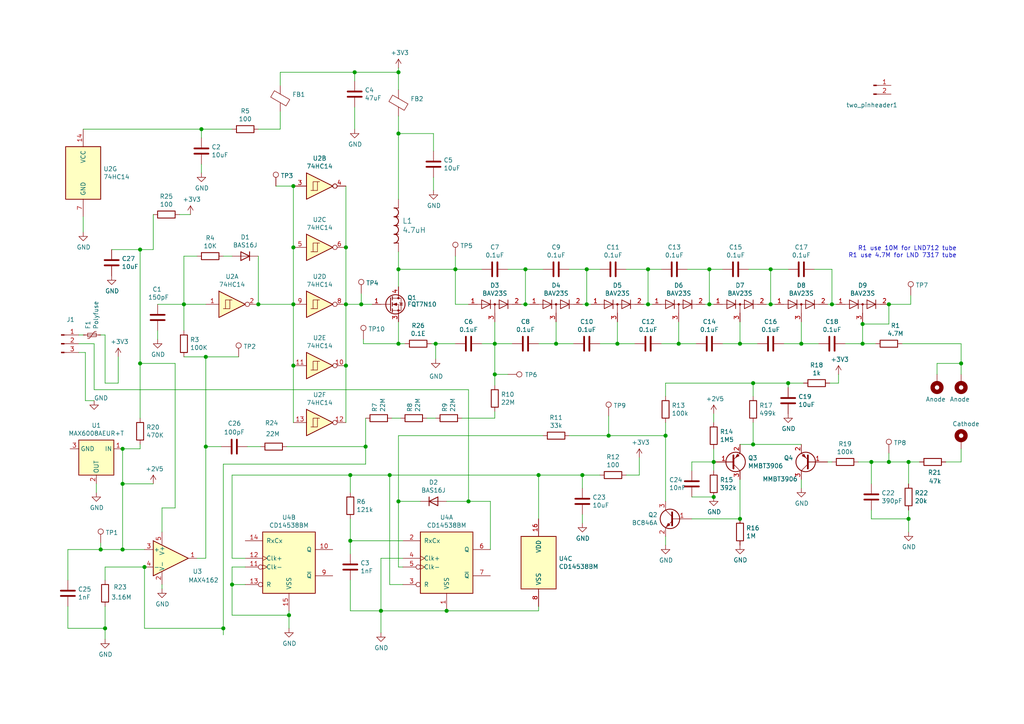
<source format=kicad_sch>
(kicad_sch (version 20210126) (generator eeschema)
  (paper "A4")
  (title_block (title "SafePulse") (date "2021-02-21") (rev "1.12") (company "SafeCast Team") (comment 1 "Double Sided Version") (comment 2 "contact: Allan Lind at allan@safecast.org and Rob Oudendijk at rob@safecast.org"))
  (lib_symbols
    (symbol "2021-01-06_02-33-04:NRS6020T2R2NMGJ" (pin_numbers hide) (pin_names (offset 1.651) hide)
      (property "Reference" "L" (at 6.985 5.08 0))
      (property "Value" "NRS6020T2R2NMGJ" (at 6.985 -5.715 0))
      (symbol "NRS6020T2R2NMGJ_1_1"
        (pin unspecified line (at 0 0 0) (length 2.54) (name "2") (number "2"))
        (pin unspecified line (at 15.24 0 180) (length 2.54) (name "1") (number "1"))
      )
    )
    (symbol "4xxx:4538" (pin_names (offset 1.016))
      (property "Reference" "U" (at -7.62 8.89 0))
      (property "Value" "4538" (at -7.62 -11.43 0))
      (symbol "4538_1_0"
        (pin power_in line (at 0 -15.24 90) (length 5.08) (name "VSS") (number "1"))
        (pin input line (at -12.7 5.08 0) (length 5.08) (name "RxCx") (number "2"))
        (pin input inverted (at -12.7 -7.62 0) (length 5.08) (name "R") (number "3"))
        (pin input clock (at -12.7 0 0) (length 5.08) (name "Clk+") (number "4"))
        (pin input inverted_clock (at -12.7 -2.54 0) (length 5.08) (name "Clk-") (number "5"))
        (pin output line (at 12.7 2.54 180) (length 5.08) (name "Q") (number "6"))
        (pin output line (at 12.7 -5.08 180) (length 5.08) (name "~Q") (number "7"))
      )
      (symbol "4538_2_0"
        (pin output line (at 12.7 2.54 180) (length 5.08) (name "Q") (number "10"))
        (pin input inverted_clock (at -12.7 -2.54 0) (length 5.08) (name "Clk-") (number "11"))
        (pin input clock (at -12.7 0 0) (length 5.08) (name "Clk+") (number "12"))
        (pin input inverted (at -12.7 -7.62 0) (length 5.08) (name "R") (number "13"))
        (pin input line (at -12.7 5.08 0) (length 5.08) (name "RxCx") (number "14"))
        (pin power_in line (at 0 -15.24 90) (length 5.08) (name "VSS") (number "15"))
        (pin output line (at 12.7 -5.08 180) (length 5.08) (name "~Q") (number "9"))
      )
      (symbol "4538_3_0"
        (pin power_in line (at 0 12.7 270) (length 5.08) (name "VDD") (number "16"))
        (pin power_in line (at 0 -12.7 90) (length 5.08) (name "VSS") (number "8"))
      )
    )
    (symbol "74xx:74HC14" (pin_names (offset 1.016))
      (property "Reference" "U" (at 0 1.27 0))
      (property "Value" "74HC14" (at 0 -1.27 0))
      (symbol "74HC14_1_0"
        (pin input line (at -7.62 0 0) (length 3.81) (name "~") (number "1"))
        (pin output inverted (at 7.62 0 180) (length 3.81) (name "~") (number "2"))
      )
      (symbol "74HC14_2_0"
        (pin input line (at -7.62 0 0) (length 3.81) (name "~") (number "3"))
        (pin output inverted (at 7.62 0 180) (length 3.81) (name "~") (number "4"))
      )
      (symbol "74HC14_3_0"
        (pin input line (at -7.62 0 0) (length 3.81) (name "~") (number "5"))
        (pin output inverted (at 7.62 0 180) (length 3.81) (name "~") (number "6"))
      )
      (symbol "74HC14_4_0"
        (pin output inverted (at 7.62 0 180) (length 3.81) (name "~") (number "8"))
        (pin input line (at -7.62 0 0) (length 3.81) (name "~") (number "9"))
      )
      (symbol "74HC14_5_0"
        (pin output inverted (at 7.62 0 180) (length 3.81) (name "~") (number "10"))
        (pin input line (at -7.62 0 0) (length 3.81) (name "~") (number "11"))
      )
      (symbol "74HC14_6_0"
        (pin output inverted (at 7.62 0 180) (length 3.81) (name "~") (number "12"))
        (pin input line (at -7.62 0 0) (length 3.81) (name "~") (number "13"))
      )
      (symbol "74HC14_7_0"
        (pin power_in line (at 0 12.7 270) (length 5.08) (name "VCC") (number "14"))
        (pin power_in line (at 0 -12.7 90) (length 5.08) (name "GND") (number "7"))
      )
    )
    (symbol "Amplifier_Operational:TLV2371DBV" (pin_names (offset 0.127))
      (property "Reference" "U" (at -1.27 6.35 0))
      (property "Value" "TLV2371DBV" (at -1.27 3.81 0))
      (symbol "TLV2371DBV_0_1"
        (pin power_in line (at -2.54 -7.62 90) (length 3.81) (name "V-") (number "2"))
        (pin power_in line (at -2.54 7.62 270) (length 3.81) (name "V+") (number "5"))
      )
      (symbol "TLV2371DBV_1_1"
        (pin output line (at 7.62 0 180) (length 2.54) (name "~") (number "1"))
        (pin input line (at -7.62 2.54 0) (length 2.54) (name "+") (number "3"))
        (pin input line (at -7.62 -2.54 0) (length 2.54) (name "-") (number "4"))
      )
    )
    (symbol "Connector:Conn_01x02_Male" (pin_names (offset 1.016) hide)
      (property "Reference" "J" (at 0 2.54 0))
      (property "Value" "Conn_01x02_Male" (at 0 -5.08 0))
      (symbol "Conn_01x02_Male_1_1"
        (pin passive line (at 5.08 0 180) (length 3.81) (name "Pin_1") (number "1"))
        (pin passive line (at 5.08 -2.54 180) (length 3.81) (name "Pin_2") (number "2"))
      )
    )
    (symbol "Connector:Conn_01x03_Male" (pin_names (offset 1.016) hide)
      (property "Reference" "J" (at 0 5.08 0))
      (property "Value" "Conn_01x03_Male" (at 0 -5.08 0))
      (symbol "Conn_01x03_Male_1_1"
        (pin passive line (at 5.08 2.54 180) (length 3.81) (name "Pin_1") (number "1"))
        (pin passive line (at 5.08 0 180) (length 3.81) (name "Pin_2") (number "2"))
        (pin passive line (at 5.08 -2.54 180) (length 3.81) (name "Pin_3") (number "3"))
      )
    )
    (symbol "Connector:TestPoint" (pin_numbers hide) (pin_names (offset 0.762) hide)
      (property "Reference" "TP" (at 0 6.858 0))
      (property "Value" "TestPoint" (at 0 5.08 0))
      (symbol "TestPoint_1_1"
        (pin passive line (at 0 0 90) (length 2.54) (name "1") (number "1"))
      )
    )
    (symbol "Device:C" (pin_numbers hide) (pin_names (offset 0.254))
      (property "Reference" "C" (at 0.635 2.54 0))
      (property "Value" "C" (at 0.635 -2.54 0))
      (symbol "C_1_1"
        (pin passive line (at 0 3.81 270) (length 2.794) (name "~") (number "1"))
        (pin passive line (at 0 -3.81 90) (length 2.794) (name "~") (number "2"))
      )
    )
    (symbol "Device:Ferrite_Bead" (pin_numbers hide) (pin_names (offset 0))
      (property "Reference" "FB" (at -3.81 0.635 90))
      (property "Value" "Ferrite_Bead" (at 3.81 0 90))
      (symbol "Ferrite_Bead_1_1"
        (pin passive line (at 0 3.81 270) (length 2.54) (name "~") (number "1"))
        (pin passive line (at 0 -3.81 90) (length 2.54) (name "~") (number "2"))
      )
    )
    (symbol "Device:Polyfuse_Small" (pin_numbers hide) (pin_names (offset 0))
      (property "Reference" "F" (at -1.905 0 90))
      (property "Value" "Polyfuse_Small" (at 1.905 0 90))
      (symbol "Polyfuse_Small_1_1"
        (pin passive line (at 0 2.54 270) (length 0.635) (name "~") (number "1"))
        (pin passive line (at 0 -2.54 90) (length 0.635) (name "~") (number "2"))
      )
    )
    (symbol "Device:R" (pin_numbers hide) (pin_names (offset 0))
      (property "Reference" "R" (at 2.032 0 90))
      (property "Value" "R" (at 0 0 90))
      (symbol "R_1_1"
        (pin passive line (at 0 3.81 270) (length 1.27) (name "~") (number "1"))
        (pin passive line (at 0 -3.81 90) (length 1.27) (name "~") (number "2"))
      )
    )
    (symbol "Diode:1N4148W" (pin_numbers hide) (pin_names (offset 1.016) hide)
      (property "Reference" "D" (at 0 2.54 0))
      (property "Value" "1N4148W" (at 0 -2.54 0))
      (symbol "1N4148W_1_1"
        (pin passive line (at -3.81 0 0) (length 2.54) (name "K") (number "1"))
        (pin passive line (at 3.81 0 180) (length 2.54) (name "A") (number "2"))
      )
    )
    (symbol "Diode:BAV99" (pin_names hide)
      (property "Reference" "D" (at 0 5.08 0))
      (property "Value" "BAV99" (at 0 2.54 0))
      (symbol "BAV99_1_1"
        (pin passive line (at -7.62 0 0) (length 2.54) (name "K") (number "1"))
        (pin passive line (at 7.62 0 180) (length 2.54) (name "A") (number "2"))
        (pin passive line (at 0 -5.08 90) (length 2.54) (name "K") (number "3"))
      )
    )
    (symbol "Mechanical:MountingHole_Pad" (pin_numbers hide) (pin_names (offset 1.016) hide)
      (property "Reference" "H" (at 0 6.35 0))
      (property "Value" "MountingHole_Pad" (at 0 4.445 0))
      (symbol "MountingHole_Pad_1_1"
        (pin input line (at 0 -2.54 90) (length 2.54) (name "1") (number "1"))
      )
    )
    (symbol "Reference_Voltage:MAX6035xxUR30"
      (property "Reference" "U" (at 0 6.35 0))
      (property "Value" "MAX6035xxUR30" (at 2.54 -6.35 0))
      (symbol "MAX6035xxUR30_1_1"
        (pin power_in line (at -2.54 7.62 270) (length 2.54) (name "IN") (number "1"))
        (pin power_out line (at 7.62 0 180) (length 2.54) (name "OUT") (number "2"))
        (pin power_in line (at -2.54 -7.62 90) (length 2.54) (name "GND") (number "3"))
      )
    )
    (symbol "Transistor_BJT:BC846" (pin_names (offset 0) hide)
      (property "Reference" "Q" (at 5.08 1.905 0))
      (property "Value" "BC846" (at 5.08 0 0))
      (symbol "BC846_1_1"
        (pin input line (at -5.08 0 0) (length 5.715) (name "B") (number "1"))
        (pin passive line (at 2.54 -5.08 90) (length 2.54) (name "E") (number "2"))
        (pin passive line (at 2.54 5.08 270) (length 2.54) (name "C") (number "3"))
      )
    )
    (symbol "Transistor_BJT:MMBT3906" (pin_names (offset 0) hide)
      (property "Reference" "Q" (at 5.08 1.905 0))
      (property "Value" "MMBT3906" (at 5.08 0 0))
      (symbol "MMBT3906_1_1"
        (pin input line (at -5.08 0 0) (length 5.715) (name "B") (number "1"))
        (pin passive line (at 2.54 -5.08 90) (length 2.54) (name "E") (number "2"))
        (pin passive line (at 2.54 5.08 270) (length 2.54) (name "C") (number "3"))
      )
    )
    (symbol "Transistor_FET:IRF6655" (pin_names hide)
      (property "Reference" "Q" (at 5.08 1.905 0))
      (property "Value" "IRF6655" (at 5.08 0 0))
      (symbol "IRF6655_1_1"
        (pin passive line (at 2.54 5.08 270) (length 2.54) (name "D") (number "4"))
        (pin input line (at -5.08 0 0) (length 2.54) (name "G") (number "1"))
        (pin passive line (at 2.54 -5.08 90) (length 2.54) (name "S") (number "3"))
      )
    )
    (symbol "power:+2V5" (power) (pin_names (offset 0))
      (property "Value" "+2V5" (at 0 3.556 0))
      (symbol "+2V5_1_1"
        (pin power_in line (at 0 0 90) (length 0) hide (name "+2V5") (number "1"))
      )
    )
    (symbol "power:+3.3V" (power) (pin_names (offset 0))
      (property "Value" "+3.3V" (at 0 3.556 0))
      (symbol "+3.3V_1_1"
        (pin power_in line (at 0 0 90) (length 0) hide (name "+3V3") (number "1"))
      )
    )
    (symbol "power:+3V3" (power) (pin_names (offset 0))
      (property "Value" "+3V3" (at 0 3.556 0))
      (symbol "+3V3_1_1"
        (pin power_in line (at 0 0 90) (length 0) hide (name "+3V3") (number "1"))
      )
    )
    (symbol "power:GND" (power) (pin_names (offset 0))
      (property "Value" "GND" (at 0 -3.81 0))
      (symbol "GND_1_1"
        (pin power_in line (at 0 0 270) (length 0) hide (name "GND") (number "1"))
      )
    )
  )
  (junction (at 29.21 159.385) (diameter 1.016))
  (junction (at 30.48 182.245) (diameter 1.016))
  (junction (at 35.56 130.175) (diameter 1.016))
  (junction (at 35.56 140.335) (diameter 1.016))
  (junction (at 35.56 159.385) (diameter 1.016))
  (junction (at 40.64 72.39) (diameter 1.016))
  (junction (at 40.64 105.41) (diameter 1.016))
  (junction (at 41.91 164.465) (diameter 1.016))
  (junction (at 53.34 88.265) (diameter 1.016))
  (junction (at 58.42 37.465) (diameter 1.016))
  (junction (at 59.69 103.505) (diameter 1.016))
  (junction (at 59.69 129.54) (diameter 1.016))
  (junction (at 64.77 182.245) (diameter 1.016))
  (junction (at 67.31 169.545) (diameter 1.016))
  (junction (at 74.93 88.265) (diameter 1.016))
  (junction (at 83.82 178.435) (diameter 1.016))
  (junction (at 85.09 53.975) (diameter 1.016))
  (junction (at 85.09 71.755) (diameter 1.016))
  (junction (at 85.09 88.265) (diameter 1.016))
  (junction (at 85.09 106.045) (diameter 1.016))
  (junction (at 100.33 71.755) (diameter 1.016))
  (junction (at 100.33 88.265) (diameter 1.016))
  (junction (at 100.33 106.045) (diameter 1.016))
  (junction (at 101.6 137.795) (diameter 1.016))
  (junction (at 101.6 156.845) (diameter 1.016))
  (junction (at 102.87 20.955) (diameter 1.016))
  (junction (at 104.775 88.265) (diameter 1.016))
  (junction (at 106.045 129.54) (diameter 1.016))
  (junction (at 110.49 177.165) (diameter 1.016))
  (junction (at 113.03 137.795) (diameter 1.016))
  (junction (at 115.57 20.955) (diameter 1.016))
  (junction (at 115.57 38.735) (diameter 1.016))
  (junction (at 115.57 78.105) (diameter 1.016))
  (junction (at 115.57 99.695) (diameter 1.016))
  (junction (at 115.57 145.415) (diameter 1.016))
  (junction (at 126.365 99.695) (diameter 1.016))
  (junction (at 129.54 177.165) (diameter 1.016))
  (junction (at 132.08 78.105) (diameter 1.016))
  (junction (at 135.89 145.415) (diameter 1.016))
  (junction (at 143.51 99.695) (diameter 1.016))
  (junction (at 143.51 108.585) (diameter 1.016))
  (junction (at 152.4 78.105) (diameter 1.016))
  (junction (at 152.4 88.265) (diameter 1.016))
  (junction (at 156.21 137.795) (diameter 1.016))
  (junction (at 161.29 99.695) (diameter 1.016))
  (junction (at 168.91 137.795) (diameter 1.016))
  (junction (at 170.18 78.105) (diameter 1.016))
  (junction (at 170.18 88.265) (diameter 1.016))
  (junction (at 176.53 126.365) (diameter 1.016))
  (junction (at 179.07 99.695) (diameter 1.016))
  (junction (at 187.96 78.105) (diameter 1.016))
  (junction (at 187.96 88.265) (diameter 1.016))
  (junction (at 193.04 126.365) (diameter 1.016))
  (junction (at 196.85 99.695) (diameter 1.016))
  (junction (at 205.74 78.105) (diameter 1.016))
  (junction (at 205.74 88.265) (diameter 1.016))
  (junction (at 207.01 133.985) (diameter 1.016))
  (junction (at 207.01 144.145) (diameter 1.016))
  (junction (at 214.63 99.695) (diameter 1.016))
  (junction (at 214.63 150.495) (diameter 1.016))
  (junction (at 218.44 111.125) (diameter 1.016))
  (junction (at 218.44 128.905) (diameter 1.016))
  (junction (at 223.52 78.105) (diameter 1.016))
  (junction (at 223.52 88.265) (diameter 1.016))
  (junction (at 228.6 111.125) (diameter 1.016))
  (junction (at 232.41 99.695) (diameter 1.016))
  (junction (at 241.3 88.265) (diameter 1.016))
  (junction (at 250.19 93.98) (diameter 1.016))
  (junction (at 250.19 99.695) (diameter 1.016))
  (junction (at 252.73 133.985) (diameter 1.016))
  (junction (at 257.81 88.265) (diameter 1.016))
  (junction (at 257.81 133.985) (diameter 1.016))
  (junction (at 263.525 133.985) (diameter 1.016))
  (junction (at 263.525 150.495) (diameter 1.016))
  (junction (at 278.765 105.41) (diameter 1.016))
  (wire (pts (xy 19.685 159.385) (xy 29.21 159.385)))
  (wire (pts (xy 19.685 168.275) (xy 19.685 159.385)))
  (wire (pts (xy 19.685 182.245) (xy 19.685 175.895)))
  (wire (pts (xy 22.86 97.155) (xy 24.13 97.155)))
  (wire (pts (xy 22.86 99.695) (xy 27.305 99.695)))
  (wire (pts (xy 22.86 102.235) (xy 24.765 102.235)))
  (wire (pts (xy 24.13 37.465) (xy 58.42 37.465)))
  (wire (pts (xy 24.13 62.865) (xy 24.13 67.31)))
  (wire (pts (xy 24.765 102.235) (xy 24.765 116.205)))
  (wire (pts (xy 24.765 116.205) (xy 27.305 116.205)))
  (wire (pts (xy 27.305 99.695) (xy 27.305 113.03)))
  (wire (pts (xy 27.305 113.03) (xy 135.89 113.03)))
  (wire (pts (xy 27.94 142.875) (xy 27.94 140.335)))
  (wire (pts (xy 29.21 97.155) (xy 30.48 97.155)))
  (wire (pts (xy 29.21 157.48) (xy 29.21 159.385)))
  (wire (pts (xy 30.48 97.155) (xy 30.48 111.125)))
  (wire (pts (xy 30.48 111.125) (xy 34.29 111.125)))
  (wire (pts (xy 30.48 164.465) (xy 30.48 168.275)))
  (wire (pts (xy 30.48 175.895) (xy 30.48 182.245)))
  (wire (pts (xy 30.48 182.245) (xy 19.685 182.245)))
  (wire (pts (xy 30.48 182.245) (xy 30.48 185.42)))
  (wire (pts (xy 32.385 72.39) (xy 40.64 72.39)))
  (wire (pts (xy 34.29 103.505) (xy 34.29 111.125)))
  (wire (pts (xy 35.56 130.175) (xy 35.56 140.335)))
  (wire (pts (xy 35.56 159.385) (xy 29.21 159.385)))
  (wire (pts (xy 35.56 159.385) (xy 35.56 140.335)))
  (wire (pts (xy 40.64 72.39) (xy 44.45 72.39)))
  (wire (pts (xy 40.64 105.41) (xy 40.64 72.39)))
  (wire (pts (xy 40.64 105.41) (xy 50.8 105.41)))
  (wire (pts (xy 40.64 121.285) (xy 40.64 105.41)))
  (wire (pts (xy 40.64 128.905) (xy 40.64 130.175)))
  (wire (pts (xy 40.64 130.175) (xy 35.56 130.175)))
  (wire (pts (xy 41.91 159.385) (xy 35.56 159.385)))
  (wire (pts (xy 41.91 164.465) (xy 30.48 164.465)))
  (wire (pts (xy 41.91 182.245) (xy 41.91 164.465)))
  (wire (pts (xy 44.45 72.39) (xy 44.45 62.23)))
  (wire (pts (xy 44.45 140.335) (xy 35.56 140.335)))
  (wire (pts (xy 45.72 88.265) (xy 53.34 88.265)))
  (wire (pts (xy 45.72 95.885) (xy 45.72 98.425)))
  (wire (pts (xy 46.99 147.32) (xy 50.8 147.32)))
  (wire (pts (xy 46.99 154.305) (xy 46.99 147.32)))
  (wire (pts (xy 46.99 170.815) (xy 46.99 169.545)))
  (wire (pts (xy 50.8 147.32) (xy 50.8 105.41)))
  (wire (pts (xy 52.07 62.23) (xy 55.245 62.23)))
  (wire (pts (xy 53.34 74.295) (xy 53.34 88.265)))
  (wire (pts (xy 53.34 74.295) (xy 57.15 74.295)))
  (wire (pts (xy 53.34 88.265) (xy 53.34 95.885)))
  (wire (pts (xy 53.34 88.265) (xy 59.69 88.265)))
  (wire (pts (xy 53.34 103.505) (xy 59.69 103.505)))
  (wire (pts (xy 57.15 161.925) (xy 59.69 161.925)))
  (wire (pts (xy 58.42 40.005) (xy 58.42 37.465)))
  (wire (pts (xy 58.42 50.165) (xy 58.42 47.625)))
  (wire (pts (xy 59.69 103.505) (xy 59.69 129.54)))
  (wire (pts (xy 59.69 103.505) (xy 69.215 103.505)))
  (wire (pts (xy 59.69 129.54) (xy 59.69 161.925)))
  (wire (pts (xy 59.69 129.54) (xy 64.135 129.54)))
  (wire (pts (xy 64.77 74.295) (xy 67.31 74.295)))
  (wire (pts (xy 64.77 134.62) (xy 64.77 182.245)))
  (wire (pts (xy 64.77 134.62) (xy 106.045 134.62)))
  (wire (pts (xy 64.77 182.245) (xy 41.91 182.245)))
  (wire (pts (xy 64.77 182.245) (xy 64.77 184.15)))
  (wire (pts (xy 67.31 37.465) (xy 58.42 37.465)))
  (wire (pts (xy 67.31 137.795) (xy 67.31 161.925)))
  (wire (pts (xy 67.31 161.925) (xy 71.12 161.925)))
  (wire (pts (xy 67.31 164.465) (xy 67.31 169.545)))
  (wire (pts (xy 67.31 169.545) (xy 67.31 178.435)))
  (wire (pts (xy 67.31 178.435) (xy 83.82 178.435)))
  (wire (pts (xy 71.12 164.465) (xy 67.31 164.465)))
  (wire (pts (xy 71.12 169.545) (xy 67.31 169.545)))
  (wire (pts (xy 71.755 129.54) (xy 75.565 129.54)))
  (wire (pts (xy 74.93 37.465) (xy 81.28 37.465)))
  (wire (pts (xy 74.93 74.295) (xy 74.93 88.265)))
  (wire (pts (xy 74.93 88.265) (xy 85.09 88.265)))
  (wire (pts (xy 80.01 53.975) (xy 85.09 53.975)))
  (wire (pts (xy 81.28 20.955) (xy 102.87 20.955)))
  (wire (pts (xy 81.28 24.765) (xy 81.28 20.955)))
  (wire (pts (xy 81.28 37.465) (xy 81.28 32.385)))
  (wire (pts (xy 83.185 129.54) (xy 106.045 129.54)))
  (wire (pts (xy 83.82 178.435) (xy 83.82 177.165)))
  (wire (pts (xy 83.82 182.245) (xy 83.82 178.435)))
  (wire (pts (xy 85.09 53.975) (xy 85.09 71.755)))
  (wire (pts (xy 85.09 71.755) (xy 85.09 88.265)))
  (wire (pts (xy 85.09 106.045) (xy 85.09 88.265)))
  (wire (pts (xy 85.09 106.045) (xy 85.09 122.555)))
  (wire (pts (xy 100.33 53.975) (xy 100.33 71.755)))
  (wire (pts (xy 100.33 71.755) (xy 100.33 88.265)))
  (wire (pts (xy 100.33 88.265) (xy 100.33 106.045)))
  (wire (pts (xy 100.33 88.265) (xy 104.775 88.265)))
  (wire (pts (xy 100.33 106.045) (xy 100.33 122.555)))
  (wire (pts (xy 101.6 137.795) (xy 67.31 137.795)))
  (wire (pts (xy 101.6 142.875) (xy 101.6 137.795)))
  (wire (pts (xy 101.6 150.495) (xy 101.6 156.845)))
  (wire (pts (xy 101.6 156.845) (xy 101.6 160.655)))
  (wire (pts (xy 101.6 168.275) (xy 101.6 177.165)))
  (wire (pts (xy 101.6 177.165) (xy 110.49 177.165)))
  (wire (pts (xy 102.87 20.955) (xy 115.57 20.955)))
  (wire (pts (xy 102.87 23.495) (xy 102.87 20.955)))
  (wire (pts (xy 102.87 31.115) (xy 102.87 37.465)))
  (wire (pts (xy 104.775 85.09) (xy 104.775 88.265)))
  (wire (pts (xy 104.775 88.265) (xy 107.95 88.265)))
  (wire (pts (xy 105.41 98.425) (xy 105.41 99.695)))
  (wire (pts (xy 105.41 99.695) (xy 115.57 99.695)))
  (wire (pts (xy 106.045 121.285) (xy 106.045 129.54)))
  (wire (pts (xy 106.045 129.54) (xy 106.045 134.62)))
  (wire (pts (xy 110.49 161.925) (xy 110.49 177.165)))
  (wire (pts (xy 110.49 177.165) (xy 110.49 183.515)))
  (wire (pts (xy 110.49 177.165) (xy 129.54 177.165)))
  (wire (pts (xy 113.03 137.795) (xy 101.6 137.795)))
  (wire (pts (xy 113.03 137.795) (xy 156.21 137.795)))
  (wire (pts (xy 113.03 169.545) (xy 113.03 137.795)))
  (wire (pts (xy 113.665 121.285) (xy 116.205 121.285)))
  (wire (pts (xy 115.57 20.955) (xy 115.57 19.685)))
  (wire (pts (xy 115.57 26.035) (xy 115.57 20.955)))
  (wire (pts (xy 115.57 33.655) (xy 115.57 38.735)))
  (wire (pts (xy 115.57 38.735) (xy 115.57 57.785)))
  (wire (pts (xy 115.57 73.025) (xy 115.57 78.105)))
  (wire (pts (xy 115.57 78.105) (xy 132.08 78.105)))
  (wire (pts (xy 115.57 83.185) (xy 115.57 78.105)))
  (wire (pts (xy 115.57 93.345) (xy 115.57 99.695)))
  (wire (pts (xy 115.57 126.365) (xy 157.48 126.365)))
  (wire (pts (xy 115.57 145.415) (xy 115.57 126.365)))
  (wire (pts (xy 115.57 145.415) (xy 121.92 145.415)))
  (wire (pts (xy 115.57 164.465) (xy 115.57 145.415)))
  (wire (pts (xy 116.84 156.845) (xy 101.6 156.845)))
  (wire (pts (xy 116.84 161.925) (xy 110.49 161.925)))
  (wire (pts (xy 116.84 164.465) (xy 115.57 164.465)))
  (wire (pts (xy 116.84 169.545) (xy 113.03 169.545)))
  (wire (pts (xy 117.475 99.695) (xy 115.57 99.695)))
  (wire (pts (xy 123.825 121.285) (xy 126.365 121.285)))
  (wire (pts (xy 125.095 99.695) (xy 126.365 99.695)))
  (wire (pts (xy 125.73 38.735) (xy 115.57 38.735)))
  (wire (pts (xy 125.73 43.815) (xy 125.73 38.735)))
  (wire (pts (xy 125.73 55.245) (xy 125.73 51.435)))
  (wire (pts (xy 126.365 99.695) (xy 132.08 99.695)))
  (wire (pts (xy 126.365 104.14) (xy 126.365 99.695)))
  (wire (pts (xy 129.54 145.415) (xy 135.89 145.415)))
  (wire (pts (xy 129.54 177.165) (xy 156.21 177.165)))
  (wire (pts (xy 132.08 74.295) (xy 132.08 78.105)))
  (wire (pts (xy 132.08 78.105) (xy 132.08 88.265)))
  (wire (pts (xy 133.985 121.285) (xy 143.51 121.285)))
  (wire (pts (xy 135.89 88.265) (xy 132.08 88.265)))
  (wire (pts (xy 135.89 113.03) (xy 135.89 145.415)))
  (wire (pts (xy 135.89 145.415) (xy 142.24 145.415)))
  (wire (pts (xy 139.7 78.105) (xy 132.08 78.105)))
  (wire (pts (xy 139.7 99.695) (xy 143.51 99.695)))
  (wire (pts (xy 142.24 145.415) (xy 142.24 159.385)))
  (wire (pts (xy 143.51 93.345) (xy 143.51 99.695)))
  (wire (pts (xy 143.51 99.695) (xy 143.51 108.585)))
  (wire (pts (xy 143.51 99.695) (xy 148.59 99.695)))
  (wire (pts (xy 143.51 108.585) (xy 143.51 111.76)))
  (wire (pts (xy 143.51 108.585) (xy 147.32 108.585)))
  (wire (pts (xy 143.51 119.38) (xy 143.51 121.285)))
  (wire (pts (xy 151.13 88.265) (xy 152.4 88.265)))
  (wire (pts (xy 152.4 78.105) (xy 147.32 78.105)))
  (wire (pts (xy 152.4 88.265) (xy 152.4 78.105)))
  (wire (pts (xy 152.4 88.265) (xy 153.67 88.265)))
  (wire (pts (xy 156.21 99.695) (xy 161.29 99.695)))
  (wire (pts (xy 156.21 137.795) (xy 168.91 137.795)))
  (wire (pts (xy 156.21 150.495) (xy 156.21 137.795)))
  (wire (pts (xy 156.21 177.165) (xy 156.21 175.895)))
  (wire (pts (xy 157.48 78.105) (xy 152.4 78.105)))
  (wire (pts (xy 161.29 93.345) (xy 161.29 99.695)))
  (wire (pts (xy 161.29 99.695) (xy 166.37 99.695)))
  (wire (pts (xy 165.1 78.105) (xy 170.18 78.105)))
  (wire (pts (xy 165.1 126.365) (xy 176.53 126.365)))
  (wire (pts (xy 168.91 88.265) (xy 170.18 88.265)))
  (wire (pts (xy 168.91 137.795) (xy 173.99 137.795)))
  (wire (pts (xy 168.91 141.605) (xy 168.91 137.795)))
  (wire (pts (xy 168.91 149.225) (xy 168.91 151.765)))
  (wire (pts (xy 170.18 78.105) (xy 173.99 78.105)))
  (wire (pts (xy 170.18 88.265) (xy 170.18 78.105)))
  (wire (pts (xy 170.18 88.265) (xy 171.45 88.265)))
  (wire (pts (xy 173.99 99.695) (xy 179.07 99.695)))
  (wire (pts (xy 176.53 120.65) (xy 176.53 126.365)))
  (wire (pts (xy 176.53 126.365) (xy 193.04 126.365)))
  (wire (pts (xy 179.07 93.345) (xy 179.07 99.695)))
  (wire (pts (xy 179.07 99.695) (xy 184.15 99.695)))
  (wire (pts (xy 181.61 78.105) (xy 187.96 78.105)))
  (wire (pts (xy 181.61 137.795) (xy 185.42 137.795)))
  (wire (pts (xy 185.42 137.795) (xy 185.42 132.715)))
  (wire (pts (xy 186.69 88.265) (xy 187.96 88.265)))
  (wire (pts (xy 187.96 78.105) (xy 191.77 78.105)))
  (wire (pts (xy 187.96 88.265) (xy 187.96 78.105)))
  (wire (pts (xy 187.96 88.265) (xy 189.23 88.265)))
  (wire (pts (xy 191.77 99.695) (xy 196.85 99.695)))
  (wire (pts (xy 193.04 111.125) (xy 193.04 114.935)))
  (wire (pts (xy 193.04 111.125) (xy 218.44 111.125)))
  (wire (pts (xy 193.04 122.555) (xy 193.04 126.365)))
  (wire (pts (xy 193.04 126.365) (xy 193.04 145.415)))
  (wire (pts (xy 193.04 158.115) (xy 193.04 155.575)))
  (wire (pts (xy 196.85 93.345) (xy 196.85 99.695)))
  (wire (pts (xy 196.85 99.695) (xy 201.93 99.695)))
  (wire (pts (xy 199.39 78.105) (xy 205.74 78.105)))
  (wire (pts (xy 200.66 133.985) (xy 207.01 133.985)))
  (wire (pts (xy 200.66 136.525) (xy 200.66 133.985)))
  (wire (pts (xy 200.66 144.145) (xy 207.01 144.145)))
  (wire (pts (xy 200.66 150.495) (xy 214.63 150.495)))
  (wire (pts (xy 204.47 88.265) (xy 205.74 88.265)))
  (wire (pts (xy 205.74 78.105) (xy 209.55 78.105)))
  (wire (pts (xy 205.74 88.265) (xy 205.74 78.105)))
  (wire (pts (xy 205.74 88.265) (xy 207.01 88.265)))
  (wire (pts (xy 207.01 120.015) (xy 207.01 122.555)))
  (wire (pts (xy 207.01 130.175) (xy 207.01 133.985)))
  (wire (pts (xy 207.01 133.985) (xy 207.01 136.525)))
  (wire (pts (xy 209.55 99.695) (xy 214.63 99.695)))
  (wire (pts (xy 214.63 93.345) (xy 214.63 99.695)))
  (wire (pts (xy 214.63 99.695) (xy 219.71 99.695)))
  (wire (pts (xy 214.63 128.905) (xy 218.44 128.905)))
  (wire (pts (xy 214.63 139.065) (xy 214.63 150.495)))
  (wire (pts (xy 217.17 78.105) (xy 223.52 78.105)))
  (wire (pts (xy 218.44 111.125) (xy 218.44 114.935)))
  (wire (pts (xy 218.44 111.125) (xy 228.6 111.125)))
  (wire (pts (xy 218.44 122.555) (xy 218.44 128.905)))
  (wire (pts (xy 218.44 128.905) (xy 232.41 128.905)))
  (wire (pts (xy 222.25 88.265) (xy 223.52 88.265)))
  (wire (pts (xy 223.52 78.105) (xy 228.6 78.105)))
  (wire (pts (xy 223.52 88.265) (xy 223.52 78.105)))
  (wire (pts (xy 223.52 88.265) (xy 224.79 88.265)))
  (wire (pts (xy 227.33 99.695) (xy 232.41 99.695)))
  (wire (pts (xy 228.6 111.125) (xy 228.6 112.395)))
  (wire (pts (xy 228.6 111.125) (xy 233.045 111.125)))
  (wire (pts (xy 232.41 93.345) (xy 232.41 99.695)))
  (wire (pts (xy 232.41 99.695) (xy 237.49 99.695)))
  (wire (pts (xy 232.41 141.605) (xy 232.41 139.065)))
  (wire (pts (xy 236.22 78.105) (xy 241.3 78.105)))
  (wire (pts (xy 240.03 88.265) (xy 241.3 88.265)))
  (wire (pts (xy 240.03 133.985) (xy 241.3 133.985)))
  (wire (pts (xy 240.665 111.125) (xy 243.205 111.125)))
  (wire (pts (xy 241.3 78.105) (xy 241.3 88.265)))
  (wire (pts (xy 241.3 88.265) (xy 242.57 88.265)))
  (wire (pts (xy 243.205 111.125) (xy 243.205 108.585)))
  (wire (pts (xy 245.11 99.695) (xy 250.19 99.695)))
  (wire (pts (xy 248.92 133.985) (xy 252.73 133.985)))
  (wire (pts (xy 250.19 93.345) (xy 250.19 93.98)))
  (wire (pts (xy 250.19 93.98) (xy 250.19 99.695)))
  (wire (pts (xy 250.19 93.98) (xy 257.81 93.98)))
  (wire (pts (xy 250.19 99.695) (xy 254 99.695)))
  (wire (pts (xy 252.73 133.985) (xy 252.73 140.335)))
  (wire (pts (xy 252.73 133.985) (xy 257.81 133.985)))
  (wire (pts (xy 252.73 147.955) (xy 252.73 150.495)))
  (wire (pts (xy 252.73 150.495) (xy 263.525 150.495)))
  (wire (pts (xy 257.81 88.265) (xy 264.16 88.265)))
  (wire (pts (xy 257.81 93.98) (xy 257.81 88.265)))
  (wire (pts (xy 257.81 131.445) (xy 257.81 133.985)))
  (wire (pts (xy 257.81 133.985) (xy 263.525 133.985)))
  (wire (pts (xy 261.62 99.695) (xy 278.765 99.695)))
  (wire (pts (xy 263.525 133.985) (xy 263.525 140.335)))
  (wire (pts (xy 263.525 133.985) (xy 266.7 133.985)))
  (wire (pts (xy 263.525 147.955) (xy 263.525 150.495)))
  (wire (pts (xy 263.525 150.495) (xy 263.525 154.305)))
  (wire (pts (xy 264.16 88.265) (xy 264.16 85.725)))
  (wire (pts (xy 271.78 105.41) (xy 278.765 105.41)))
  (wire (pts (xy 271.78 108.585) (xy 271.78 105.41)))
  (wire (pts (xy 274.32 133.985) (xy 278.765 133.985)))
  (wire (pts (xy 278.765 99.695) (xy 278.765 105.41)))
  (wire (pts (xy 278.765 105.41) (xy 278.765 108.585)))
  (wire (pts (xy 278.765 133.985) (xy 278.765 130.175)))
  (text "R1 use 10M for LND712 tube\nR1 use 4.7M for LND 7317 tube" (at 277.495 74.93 0) (effects (font (size 1.27 1.27)) (justify right bottom)))
  (symbol (lib_id "Connector:TestPoint") (at 29.21 157.48 0) (unit 1) (in_bom no)
    (property "Reference" "TP1" (at 30.607 154.489 0) (effects (justify left)))
    (property "Value" "TestPoint" (effects hide))
    (property "Footprint" "TestPoint:TestPoint_Pad_1.0x1.0mm" (effects hide))
  )
  (symbol (lib_id "Connector:TestPoint") (at 69.215 103.505 0) (unit 1) (in_bom no)
    (property "Reference" "TP2" (at 70.612 100.514 0) (effects (justify left)))
    (property "Value" "TestPoint" (effects hide))
    (property "Footprint" "TestPoint:TestPoint_Pad_1.0x1.0mm" (effects hide))
  )
  (symbol (lib_id "Connector:TestPoint") (at 80.01 53.975 0) (unit 1) (in_bom no)
    (property "Reference" "TP3" (at 81.407 50.984 0) (effects (justify left)))
    (property "Value" "TestPoint" (effects hide))
    (property "Footprint" "TestPoint:TestPoint_Pad_1.0x1.0mm" (effects hide))
  )
  (symbol (lib_id "Connector:TestPoint") (at 104.775 85.09 0) (unit 1) (in_bom no)
    (property "Reference" "TP4" (at 106.172 82.099 0) (effects (justify left)))
    (property "Value" "TestPoint" (effects hide))
    (property "Footprint" "TestPoint:TestPoint_Pad_1.0x1.0mm" (effects hide))
  )
  (symbol (lib_id "Connector:TestPoint") (at 105.41 98.425 0) (unit 1) (in_bom no)
    (property "Reference" "TP10" (at 106.807 95.434 0) (effects (justify left)))
    (property "Value" "TestPoint" (effects hide))
    (property "Footprint" "TestPoint:TestPoint_Pad_1.0x1.0mm" (effects hide))
  )
  (symbol (lib_id "Connector:TestPoint") (at 132.08 74.295 0) (unit 1) (in_bom no)
    (property "Reference" "TP5" (at 133.477 71.304 0) (effects (justify left)))
    (property "Value" "TestPoint" (effects hide))
    (property "Footprint" "TestPoint:TestPoint_Pad_1.0x1.0mm" (effects hide))
  )
  (symbol (lib_id "Connector:TestPoint") (at 147.32 108.585 270) (unit 1) (in_bom no)
    (property "Reference" "TP6" (at 152.216 108.712 90) (effects (justify left)))
    (property "Value" "TestPoint" (effects hide))
    (property "Footprint" "TestPoint:TestPoint_Pad_1.0x1.0mm" (effects hide))
  )
  (symbol (lib_id "Connector:TestPoint") (at 176.53 120.65 0) (unit 1) (in_bom no)
    (property "Reference" "TP9" (at 177.927 117.659 0) (effects (justify left)))
    (property "Value" "TestPoint" (effects hide))
    (property "Footprint" "TestPoint:TestPoint_Pad_1.0x1.0mm" (effects hide))
  )
  (symbol (lib_id "Connector:TestPoint") (at 257.81 131.445 0) (unit 1) (in_bom no)
    (property "Reference" "TP8" (at 259.207 128.454 0) (effects (justify left)))
    (property "Value" "TestPoint" (effects hide))
    (property "Footprint" "TestPoint:TestPoint_Pad_1.0x1.0mm" (effects hide))
  )
  (symbol (lib_id "Connector:TestPoint") (at 264.16 85.725 0) (unit 1) (in_bom no)
    (property "Reference" "TP7" (at 265.557 82.734 0) (effects (justify left)))
    (property "Value" "TestPoint" (effects hide))
    (property "Footprint" "TestPoint:TestPoint_Pad_1.0x1.0mm" (effects hide))
  )
  (symbol (lib_id "power:+3.3V") (at 34.29 103.505 0) (unit 1)
    (property "Reference" "#PWR04" (effects hide))
    (property "Value" "+3.3V" (at 34.671 99.1108 0))
  )
  (symbol (lib_id "power:+2V5") (at 44.45 140.335 0) (unit 1)
    (property "Reference" "#PWR08" (effects hide))
    (property "Value" "+2V5" (at 44.8183 136.0106 0))
  )
  (symbol (lib_id "power:+3.3V") (at 55.245 62.23 0) (unit 1)
    (property "Reference" "#PWR0102" (effects hide))
    (property "Value" "+3.3V" (at 55.626 57.8358 0))
  )
  (symbol (lib_id "power:+3.3V") (at 115.57 19.685 0) (unit 1)
    (property "Reference" "#PWR013" (effects hide))
    (property "Value" "+3.3V" (at 115.951 15.2908 0))
  )
  (symbol (lib_id "power:+3.3V") (at 185.42 132.715 0) (unit 1)
    (property "Reference" "#PWR017" (effects hide))
    (property "Value" "+3.3V" (at 185.801 128.3208 0))
  )
  (symbol (lib_id "power:+2V5") (at 207.01 120.015 0) (unit 1)
    (property "Reference" "#PWR019" (effects hide))
    (property "Value" "+2V5" (at 207.3783 115.6906 0))
  )
  (symbol (lib_id "power:+3V3") (at 243.205 108.585 0) (unit 1)
    (property "Reference" "#PWR024" (effects hide))
    (property "Value" "+3V3" (at 243.5733 104.2606 0))
  )
  (symbol (lib_id "power:GND") (at 24.13 67.31 0) (unit 1)
    (property "Reference" "#PWR03" (effects hide))
    (property "Value" "GND" (at 24.257 71.7042 0))
  )
  (symbol (lib_id "power:GND") (at 27.305 116.205 0) (unit 1)
    (property "Reference" "#PWR05" (effects hide))
    (property "Value" "GND" (at 29.3243 115.4494 0))
  )
  (symbol (lib_id "power:GND") (at 27.94 142.875 0) (unit 1)
    (property "Reference" "#PWR01" (effects hide))
    (property "Value" "GND" (at 28.067 147.2692 0))
  )
  (symbol (lib_id "power:GND") (at 30.48 185.42 0) (unit 1)
    (property "Reference" "#PWR02" (effects hide))
    (property "Value" "GND" (at 30.607 189.8142 0))
  )
  (symbol (lib_id "power:GND") (at 32.385 80.01 0) (unit 1)
    (property "Reference" "#PWR0101" (effects hide))
    (property "Value" "GND" (at 32.512 84.4042 0))
  )
  (symbol (lib_id "power:GND") (at 45.72 98.425 0) (unit 1)
    (property "Reference" "#PWR06" (effects hide))
    (property "Value" "GND" (at 45.847 102.8192 0))
  )
  (symbol (lib_id "power:GND") (at 46.99 170.815 0) (unit 1)
    (property "Reference" "#PWR07" (effects hide))
    (property "Value" "GND" (at 47.117 175.2092 0))
  )
  (symbol (lib_id "power:GND") (at 58.42 50.165 0) (unit 1)
    (property "Reference" "#PWR09" (effects hide))
    (property "Value" "GND" (at 58.547 54.5592 0))
  )
  (symbol (lib_id "power:GND") (at 83.82 182.245 0) (unit 1)
    (property "Reference" "#PWR010" (effects hide))
    (property "Value" "GND" (at 83.947 186.6392 0))
  )
  (symbol (lib_id "power:GND") (at 102.87 37.465 0) (unit 1)
    (property "Reference" "#PWR011" (effects hide))
    (property "Value" "GND" (at 102.997 41.8592 0))
  )
  (symbol (lib_id "power:GND") (at 110.49 183.515 0) (unit 1)
    (property "Reference" "#PWR012" (effects hide))
    (property "Value" "GND" (at 110.617 187.9092 0))
  )
  (symbol (lib_id "power:GND") (at 125.73 55.245 0) (unit 1)
    (property "Reference" "#PWR015" (effects hide))
    (property "Value" "GND" (at 125.857 59.6392 0))
  )
  (symbol (lib_id "power:GND") (at 126.365 104.14 0) (unit 1)
    (property "Reference" "#PWR014" (effects hide))
    (property "Value" "GND" (at 126.492 109.1692 0))
  )
  (symbol (lib_id "power:GND") (at 168.91 151.765 0) (unit 1)
    (property "Reference" "#PWR016" (effects hide))
    (property "Value" "GND" (at 169.037 156.1592 0))
  )
  (symbol (lib_id "power:GND") (at 193.04 158.115 0) (unit 1)
    (property "Reference" "#PWR018" (effects hide))
    (property "Value" "GND" (at 193.167 162.5092 0))
  )
  (symbol (lib_id "power:GND") (at 207.01 144.145 0) (unit 1)
    (property "Reference" "#PWR020" (effects hide))
    (property "Value" "GND" (at 207.1243 148.4694 0))
  )
  (symbol (lib_id "power:GND") (at 214.63 158.115 0) (unit 1)
    (property "Reference" "#PWR021" (effects hide))
    (property "Value" "GND" (at 214.7443 162.4394 0))
  )
  (symbol (lib_id "power:GND") (at 228.6 120.015 0) (unit 1)
    (property "Reference" "#PWR022" (effects hide))
    (property "Value" "GND" (at 228.7143 124.3394 0))
  )
  (symbol (lib_id "power:GND") (at 232.41 141.605 0) (unit 1)
    (property "Reference" "#PWR023" (effects hide))
    (property "Value" "GND" (at 232.537 145.9992 0))
  )
  (symbol (lib_id "power:GND") (at 263.525 154.305 0) (unit 1)
    (property "Reference" "#PWR025" (effects hide))
    (property "Value" "GND" (at 263.6393 158.6294 0))
  )
  (symbol (lib_id "Device:Polyfuse_Small") (at 26.67 97.155 90) (unit 1)
    (property "Reference" "F1" (at 25.521 95.504 0) (effects (justify left)))
    (property "Value" "Polyfuse" (at 27.8193 95.5039 0) (effects (justify left)))
    (property "Footprint" "Resistor_SMD:R_0805_2012Metric" (effects hide))
    (property "Datasheet" "https://www.digikey.com/en/products/detail/murata-electronics/PRG21BC0R2MM1RA/966726" (effects hide))
  )
  (symbol (lib_id "Device:R") (at 30.48 172.085 0) (unit 1)
    (property "Reference" "R23" (at 32.893 170.282 0) (effects (justify left)))
    (property "Value" "3.16M" (at 32.258 173.228 0) (effects (justify left)))
    (property "Footprint" "Resistor_SMD:R_0805_2012Metric" (effects hide))
    (property "Datasheet" "https://www.digikey.com/en/products/detail/yageo/RC0805FR-073M16L/727809" (effects hide))
  )
  (symbol (lib_id "Device:R") (at 40.64 125.095 0) (unit 1)
    (property "Reference" "R20" (at 42.418 123.927 0) (effects (justify left)))
    (property "Value" "470K" (at 42.418 126.238 0) (effects (justify left)))
    (property "Footprint" "Resistor_SMD:R_0805_2012Metric" (effects hide))
    (property "Datasheet" "https://www.digikey.com/en/products/detail/te-connectivity-passive-product/CRG0805F470K/2380908" (effects hide))
  )
  (symbol (lib_id "Device:R") (at 48.26 62.23 270) (unit 1)
    (property "Reference" "R25" (at 48.26 56.972 90))
    (property "Value" "100" (at 48.26 59.2836 90))
    (property "Footprint" "Resistor_SMD:R_0805_2012Metric" (effects hide))
    (property "Datasheet" "https://www.digikey.com/en/products/detail/te-connectivity-passive-product/CRG0805F100R/2380830" (effects hide))
  )
  (symbol (lib_id "Device:R") (at 53.34 99.695 0) (unit 1)
    (property "Reference" "R3" (at 55.118 98.5266 0) (effects (justify left)))
    (property "Value" "100K" (at 55.118 100.838 0) (effects (justify left)))
    (property "Footprint" "Resistor_SMD:R_0805_2012Metric" (effects hide))
    (property "Datasheet" "https://www.digikey.com/en/products/detail/stackpole-electronics-inc/RMCF0805FT100K/1760712" (effects hide))
  )
  (symbol (lib_id "Device:R") (at 60.96 74.295 90) (unit 1)
    (property "Reference" "R4" (at 60.96 69.0372 90))
    (property "Value" "10K" (at 60.96 71.349 90))
    (property "Footprint" "Resistor_SMD:R_0805_2012Metric" (effects hide))
    (property "Datasheet" "https://www.digikey.com/en/products/detail/stackpole-electronics-inc/RNCP0805FTD10K0/2240262" (effects hide))
  )
  (symbol (lib_id "Device:R") (at 71.12 37.465 90) (unit 1)
    (property "Reference" "R5" (at 71.12 32.2072 90))
    (property "Value" "100" (at 71.12 34.519 90))
    (property "Footprint" "Resistor_SMD:R_0805_2012Metric" (effects hide))
    (property "Datasheet" "https://www.digikey.com/en/products/detail/te-connectivity-passive-product/CRG0805F100R/2380830" (effects hide))
  )
  (symbol (lib_id "Device:R") (at 79.375 129.54 90) (unit 1)
    (property "Reference" "R24" (at 80.747 122.682 90) (effects (justify left)))
    (property "Value" "22M" (at 81.153 125.857 90) (effects (justify left)))
    (property "Footprint" "Resistor_SMD:R_0805_2012Metric" (effects hide))
    (property "Datasheet" "https://www.digikey.com/en/products/detail/stackpole-electronics-inc/RMCF0805FT22M0/6053747" (effects hide))
  )
  (symbol (lib_id "Device:R") (at 101.6 146.685 0) (unit 1)
    (property "Reference" "R6" (at 103.378 145.5166 0) (effects (justify left)))
    (property "Value" "121k" (at 103.378 147.828 0) (effects (justify left)))
    (property "Footprint" "Resistor_SMD:R_0805_2012Metric" (effects hide))
    (property "Datasheet" "https://www.digikey.com/en/products/detail/koa-speer-electronics-inc/RK73H2ATTD1213F/10235721" (effects hide))
  )
  (symbol (lib_id "Device:R") (at 109.855 121.285 90) (unit 1)
    (property "Reference" "R7" (at 108.6866 119.507 0) (effects (justify left)))
    (property "Value" "22M" (at 110.998 119.507 0) (effects (justify left)))
    (property "Footprint" "Resistor_SMD:R_0805_2012Metric" (effects hide))
    (property "Datasheet" "https://www.digikey.com/en/products/detail/stackpole-electronics-inc/RMCF0805FT22M0/6053747" (effects hide))
  )
  (symbol (lib_id "Device:R") (at 120.015 121.285 90) (unit 1)
    (property "Reference" "R8" (at 118.8466 119.507 0) (effects (justify left)))
    (property "Value" "22M" (at 121.158 119.507 0) (effects (justify left)))
    (property "Footprint" "Resistor_SMD:R_0805_2012Metric" (effects hide))
    (property "Datasheet" "https://www.digikey.com/en/products/detail/stackpole-electronics-inc/RMCF0805FT22M0/6053747" (effects hide))
  )
  (symbol (lib_id "Device:R") (at 121.285 99.695 90) (unit 1)
    (property "Reference" "R26" (at 121.285 94.437 90))
    (property "Value" "0.1E" (at 121.285 96.749 90))
    (property "Footprint" "Resistor_SMD:R_0805_2012Metric" (effects hide))
    (property "Datasheet" "https://www.digikey.com/en/products/detail/susumu/KRL1220E-M-R100-F-T5/3737982" (effects hide))
  )
  (symbol (lib_id "Device:R") (at 130.175 121.285 90) (unit 1)
    (property "Reference" "R9" (at 129.0066 119.507 0) (effects (justify left)))
    (property "Value" "22M" (at 131.318 119.507 0) (effects (justify left)))
    (property "Footprint" "Resistor_SMD:R_0805_2012Metric" (effects hide))
    (property "Datasheet" "https://www.digikey.com/en/products/detail/stackpole-electronics-inc/RMCF0805FT22M0/6053747" (effects hide))
  )
  (symbol (lib_id "Device:R") (at 143.51 115.57 0) (unit 1)
    (property "Reference" "R10" (at 145.288 114.4016 0) (effects (justify left)))
    (property "Value" "22M" (at 145.288 116.713 0) (effects (justify left)))
    (property "Footprint" "Resistor_SMD:R_0805_2012Metric" (effects hide))
    (property "Datasheet" "https://www.digikey.com/en/products/detail/stackpole-electronics-inc/RMCF0805FT22M0/6053747" (effects hide))
  )
  (symbol (lib_id "Device:R") (at 161.29 126.365 90) (unit 1)
    (property "Reference" "R11" (at 161.29 121.1072 90))
    (property "Value" "33k" (at 161.29 123.4186 90))
    (property "Footprint" "Resistor_SMD:R_0805_2012Metric" (effects hide))
    (property "Datasheet" "https://www.digikey.com/en/products/detail/te-connectivity-passive-product/CRGCQ0805F33K/8576369" (effects hide))
  )
  (symbol (lib_id "Device:R") (at 177.8 137.795 270) (unit 1)
    (property "Reference" "R12" (at 177.8 132.5372 90))
    (property "Value" "100" (at 177.8 134.8486 90))
    (property "Footprint" "Resistor_SMD:R_0805_2012Metric" (effects hide))
    (property "Datasheet" "https://www.digikey.com/en/products/detail/te-connectivity-passive-product/CRG0805F100R/2380830" (effects hide))
  )
  (symbol (lib_id "Device:R") (at 193.04 118.745 0) (unit 1)
    (property "Reference" "R13" (at 194.8181 117.5956 0) (effects (justify left)))
    (property "Value" "100k" (at 194.818 119.894 0) (effects (justify left)))
    (property "Footprint" "Resistor_SMD:R_0805_2012Metric" (effects hide))
    (property "Datasheet" "https://www.digikey.com/en/products/detail/stackpole-electronics-inc/RMCF0805FT100K/1760712" (effects hide))
  )
  (symbol (lib_id "Device:R") (at 207.01 126.365 0) (unit 1)
    (property "Reference" "R14" (at 208.7881 125.2156 0) (effects (justify left)))
    (property "Value" "1M5" (at 208.788 127.514 0) (effects (justify left)))
    (property "Footprint" "Resistor_SMD:R_0805_2012Metric" (effects hide))
    (property "Datasheet" "https://www.digikey.com/en/products/detail/vishay-dale/CRCW08051M50FKEA/1176034" (effects hide))
  )
  (symbol (lib_id "Device:R") (at 207.01 140.335 0) (unit 1)
    (property "Reference" "R15" (at 208.7881 139.1856 0) (effects (justify left)))
    (property "Value" "392k" (at 208.788 141.484 0) (effects (justify left)))
    (property "Footprint" "Resistor_SMD:R_0805_2012Metric" (effects hide))
    (property "Datasheet" "https://www.digikey.com/en/products/detail/yageo/RC0805FR-07392KL/727905" (effects hide))
  )
  (symbol (lib_id "Device:R") (at 214.63 154.305 0) (unit 1)
    (property "Reference" "R16" (at 216.4081 153.1556 0) (effects (justify left)))
    (property "Value" "1M" (at 216.408 155.454 0) (effects (justify left)))
    (property "Footprint" "Resistor_SMD:R_0805_2012Metric" (effects hide))
    (property "Datasheet" "https://www.digikey.com/en/products/detail/yageo/RT0805FRE071ML/1079056" (effects hide))
  )
  (symbol (lib_id "Device:R") (at 218.44 118.745 0) (unit 1)
    (property "Reference" "R17" (at 220.2181 117.5956 0) (effects (justify left)))
    (property "Value" "499k" (at 220.218 119.894 0) (effects (justify left)))
    (property "Footprint" "Resistor_SMD:R_0805_2012Metric" (effects hide))
    (property "Datasheet" "https://www.digikey.com/en/products/detail/stackpole-electronics-inc/RMCF0805FT499K/1760301" (effects hide))
  )
  (symbol (lib_id "Device:R") (at 236.855 111.125 90) (unit 1)
    (property "Reference" "R18" (at 236.855 105.8988 90))
    (property "Value" "1k" (at 236.855 108.197 90))
    (property "Footprint" "Resistor_SMD:R_0805_2012Metric" (effects hide))
    (property "Datasheet" "https://www.digikey.com/en/products/detail/yageo/RT0805FRE071KL/1079055" (effects hide))
  )
  (symbol (lib_id "Device:R") (at 245.11 133.985 90) (unit 1)
    (property "Reference" "R19" (at 245.11 128.7588 90))
    (property "Value" "100k" (at 245.11 131.058 90))
    (property "Footprint" "Resistor_SMD:R_0805_2012Metric" (effects hide))
    (property "Datasheet" "https://www.digikey.com/en/products/detail/stackpole-electronics-inc/RMCF0805FT100K/1760712" (effects hide))
  )
  (symbol (lib_id "Device:R") (at 257.81 99.695 90) (unit 1)
    (property "Reference" "R1" (at 259.715 94.437 90))
    (property "Value" "4.7M" (at 259.715 96.749 90))
    (property "Footprint" "Resistor_SMD:R_1206_3216Metric" (effects hide))
    (property "Datasheet" "https://www.digikey.com/en/products/detail/rohm-semiconductor/KTR18EZPF4704/1983735" (effects hide))
  )
  (symbol (lib_id "Device:R") (at 263.525 144.145 0) (unit 1)
    (property "Reference" "R22" (at 265.3031 142.9956 0) (effects (justify left)))
    (property "Value" "20k" (at 265.303 145.294 0) (effects (justify left)))
    (property "Footprint" "Resistor_SMD:R_0805_2012Metric" (effects hide))
    (property "Datasheet" "https://www.digikey.com/en/products/detail/panasonic-electronic-components/ERJ-6ENF2002V/111532" (effects hide))
  )
  (symbol (lib_id "Device:R") (at 270.51 133.985 270) (unit 1)
    (property "Reference" "R21" (at 269.1194 137.0331 90) (effects (justify left)))
    (property "Value" "47k" (at 269.361 139.573 90) (effects (justify left)))
    (property "Footprint" "Resistor_SMD:R_0805_2012Metric" (effects hide))
    (property "Datasheet" "https://www.digikey.com/en/products/detail/yageo/RC0805FR-0747KL/727973" (effects hide))
  )
  (symbol (lib_id "Mechanical:MountingHole_Pad") (at 271.78 111.125 180) (unit 1)
    (property "Reference" "H4" (effects hide))
    (property "Value" "Anode" (at 274.32 115.818 0) (effects (justify left)))
    (property "Footprint" "TestPoint:TestPoint_Loop_D3.50mm_Drill1.4mm_Beaded" (effects hide))
  )
  (symbol (lib_id "Mechanical:MountingHole_Pad") (at 278.765 111.125 180) (unit 1)
    (property "Reference" "H2" (effects hide))
    (property "Value" "Anode" (at 281.305 115.818 0) (effects (justify left)))
    (property "Footprint" "TestPoint:TestPoint_Loop_D3.50mm_Drill1.4mm_Beaded" (effects hide))
  )
  (symbol (lib_id "Mechanical:MountingHole_Pad") (at 278.765 127.635 0) (unit 1)
    (property "Reference" "H1" (effects hide))
    (property "Value" "Cathode" (at 276.225 122.942 0) (effects (justify left)))
    (property "Footprint" "TestPoint:TestPoint_Loop_D2.60mm_Drill1.4mm_Beaded" (effects hide))
  )
  (symbol (lib_id "Diode:1N4148W") (at 71.12 74.295 180) (unit 1)
    (property "Reference" "D1" (at 71.12 68.7832 0))
    (property "Value" "BAS16J" (at 71.12 71.095 0))
    (property "Footprint" "Diode_SMD:D_SOD-323" (effects hide))
    (property "Datasheet" "https://www.digikey.com/en/products/detail/nexperia-usa-inc/BAS16J135/2405996" (effects hide))
  )
  (symbol (lib_id "Diode:1N4148W") (at 125.73 145.415 0) (unit 1)
    (property "Reference" "D2" (at 125.73 139.9032 0))
    (property "Value" "BAS16J" (at 125.73 142.215 0))
    (property "Footprint" "Diode_SMD:D_SOD-323" (effects hide))
    (property "Datasheet" "https://www.digikey.com/en/products/detail/nexperia-usa-inc/BAS16J135/2405996" (effects hide))
  )
  (symbol (lib_id "Connector:Conn_01x02_Male") (at 253.365 24.765 0) (unit 1)
    (property "Reference" "two_pinheader1" (at 252.882 30.461 0))
    (property "Value" "Conn_01x03_Male" (effects hide))
    (property "Footprint" "Connector_PinHeader_2.54mm:PinHeader_1x02_P2.54mm_Vertical" (effects hide))
  )
  (symbol (lib_id "2021-01-06_02-33-04:NRS6020T2R2NMGJ") (at 115.57 73.025 90) (unit 1)
    (property "Reference" "L1" (at 116.6876 64.0588 90) (effects (font (size 1.524 1.524)) (justify right)))
    (property "Value" "4.7uH" (at 116.688 66.751 90) (effects (font (size 1.524 1.524)) (justify right)))
    (property "Footprint" "Inductor_SMD:L_Taiyo-Yuden_MD-4040" (effects hide))
    (property "Datasheet" "https://www.digikey.com/en/products/detail/taiyo-yuden/MDWK4040T4R7MM/5880041" (effects hide))
  )
  (symbol (lib_id "Device:C") (at 19.685 172.085 0) (unit 1)
    (property "Reference" "C25" (at 22.606 170.917 0) (effects (justify left)))
    (property "Value" "1nF" (at 22.606 173.228 0) (effects (justify left)))
    (property "Footprint" "Capacitor_SMD:C_0805_2012Metric" (effects hide))
    (property "Datasheet" "https://www.digikey.com/en/products/detail/avx-corporation/08055C102KAT2A/563481" (effects hide))
  )
  (symbol (lib_id "Device:C") (at 32.385 76.2 0) (unit 1)
    (property "Reference" "C27" (at 35.306 75.032 0) (effects (justify left)))
    (property "Value" "10uF" (at 35.306 77.343 0) (effects (justify left)))
    (property "Footprint" "Capacitor_SMD:C_0805_2012Metric" (effects hide))
    (property "Datasheet" "https://www.digikey.com/en/products/detail/samsung-electro-mechanics/CL21A106KOQNNNG/3894417" (effects hide))
  )
  (symbol (lib_id "Device:C") (at 45.72 92.075 0) (unit 1)
    (property "Reference" "C1" (at 44.196 83.9216 0) (effects (justify left)))
    (property "Value" "150pF" (at 42.926 86.233 0) (effects (justify left)))
    (property "Footprint" "Capacitor_SMD:C_0805_2012Metric" (effects hide))
    (property "Datasheet" "https://www.digikey.com/en/products/detail/w%C3%BCrth-elektronik/885012207111/9346002" (effects hide))
  )
  (symbol (lib_id "Device:C") (at 58.42 43.815 0) (unit 1)
    (property "Reference" "C2" (at 61.341 42.6466 0) (effects (justify left)))
    (property "Value" "10uF" (at 61.341 44.958 0) (effects (justify left)))
    (property "Footprint" "Capacitor_SMD:C_0805_2012Metric" (effects hide))
    (property "Datasheet" "https://www.digikey.com/en/products/detail/samsung-electro-mechanics/CL21A106KOQNNNG/3894417" (effects hide))
  )
  (symbol (lib_id "Device:C") (at 67.945 129.54 90) (unit 1)
    (property "Reference" "C26" (at 69.952 122.809 90) (effects (justify left)))
    (property "Value" "100pF" (at 70.993 125.349 90) (effects (justify left)))
    (property "Footprint" "Capacitor_SMD:C_0805_2012Metric" (effects hide))
    (property "Datasheet" "https://www.digikey.com/en/products/detail/samsung-electro-mechanics/CL21C101JCANNNC/3886919" (effects hide))
  )
  (symbol (lib_id "Device:C") (at 101.6 164.465 0) (unit 1)
    (property "Reference" "C3" (at 104.521 163.2966 0) (effects (justify left)))
    (property "Value" "1nF" (at 104.521 165.608 0) (effects (justify left)))
    (property "Footprint" "Capacitor_SMD:C_0805_2012Metric" (effects hide))
    (property "Datasheet" "https://www.digikey.com/en/products/detail/avx-corporation/08055C102KAT2A/563481" (effects hide))
  )
  (symbol (lib_id "Device:C") (at 102.87 27.305 0) (unit 1)
    (property "Reference" "C4" (at 105.791 26.1366 0) (effects (justify left)))
    (property "Value" "47uF" (at 105.791 28.448 0) (effects (justify left)))
    (property "Footprint" "Capacitor_SMD:C_1210_3225Metric" (effects hide))
    (property "Datasheet" "https://www.digikey.com/en/products/detail/taiyo-yuden/EMK316BBJ476ML-T/7067010" (effects hide))
  )
  (symbol (lib_id "Device:C") (at 125.73 47.625 0) (unit 1)
    (property "Reference" "C5" (at 128.651 46.4566 0) (effects (justify left)))
    (property "Value" "10uF" (at 128.651 48.768 0) (effects (justify left)))
    (property "Footprint" "Capacitor_SMD:C_0805_2012Metric" (effects hide))
    (property "Datasheet" "https://www.digikey.com/en/products/detail/samsung-electro-mechanics/CL21A106KOQNNNG/3894417" (effects hide))
  )
  (symbol (lib_id "Device:C") (at 135.89 99.695 90) (unit 1)
    (property "Reference" "C6" (at 135.89 93.2942 90))
    (property "Value" "0.1uF" (at 135.89 95.6056 90))
    (property "Footprint" "Capacitor_SMD:C_0805_2012Metric" (effects hide))
    (property "Datasheet" "https://www.digikey.com/en/products/detail/tdk-corporation/C2012X7T2E104K125AA/2733184" (effects hide))
  )
  (symbol (lib_id "Device:C") (at 143.51 78.105 90) (unit 1)
    (property "Reference" "C7" (at 143.51 71.7042 90))
    (property "Value" "0.1uF" (at 143.51 74.0156 90))
    (property "Footprint" "Capacitor_SMD:C_0805_2012Metric" (effects hide))
    (property "Datasheet" "https://www.digikey.com/en/products/detail/tdk-corporation/C2012X7T2E104K125AA/2733184" (effects hide))
  )
  (symbol (lib_id "Device:C") (at 152.4 99.695 90) (unit 1)
    (property "Reference" "C8" (at 152.4 93.2942 90))
    (property "Value" "0.1uF" (at 152.4 95.6056 90))
    (property "Footprint" "Capacitor_SMD:C_0805_2012Metric" (effects hide))
    (property "Datasheet" "https://www.digikey.com/en/products/detail/tdk-corporation/C2012X7T2E104K125AA/2733184" (effects hide))
  )
  (symbol (lib_id "Device:C") (at 161.29 78.105 90) (unit 1)
    (property "Reference" "C9" (at 161.29 71.7042 90))
    (property "Value" "0.1uF" (at 161.29 74.0156 90))
    (property "Footprint" "Capacitor_SMD:C_0805_2012Metric" (effects hide))
    (property "Datasheet" "https://www.digikey.com/en/products/detail/tdk-corporation/C2012X7T2E104K125AA/2733184" (effects hide))
  )
  (symbol (lib_id "Device:C") (at 168.91 145.415 0) (unit 1)
    (property "Reference" "C23" (at 171.831 144.247 0) (effects (justify left)))
    (property "Value" "10uF" (at 171.831 146.558 0) (effects (justify left)))
    (property "Footprint" "Capacitor_SMD:C_0805_2012Metric" (effects hide))
    (property "Datasheet" "https://www.digikey.com/en/products/detail/samsung-electro-mechanics/CL21A106KOQNNNG/3894417" (effects hide))
  )
  (symbol (lib_id "Device:C") (at 170.18 99.695 90) (unit 1)
    (property "Reference" "C10" (at 170.18 93.294 90))
    (property "Value" "0.1uF" (at 170.18 95.6056 90))
    (property "Footprint" "Capacitor_SMD:C_0805_2012Metric" (effects hide))
    (property "Datasheet" "https://www.digikey.com/en/products/detail/tdk-corporation/C2012X7T2E104K125AA/2733184" (effects hide))
  )
  (symbol (lib_id "Device:C") (at 177.8 78.105 90) (unit 1)
    (property "Reference" "C11" (at 177.8 71.704 90))
    (property "Value" "0.1uF" (at 177.8 74.0156 90))
    (property "Footprint" "Capacitor_SMD:C_0805_2012Metric" (effects hide))
    (property "Datasheet" "https://www.digikey.com/en/products/detail/tdk-corporation/C2012X7T2E104K125AA/2733184" (effects hide))
  )
  (symbol (lib_id "Device:C") (at 187.96 99.695 90) (unit 1)
    (property "Reference" "C12" (at 187.96 93.294 90))
    (property "Value" "0.1uF" (at 187.96 95.6056 90))
    (property "Footprint" "Capacitor_SMD:C_0805_2012Metric" (effects hide))
    (property "Datasheet" "https://www.digikey.com/en/products/detail/tdk-corporation/C2012X7T2E104K125AA/2733184" (effects hide))
  )
  (symbol (lib_id "Device:C") (at 195.58 78.105 90) (unit 1)
    (property "Reference" "C13" (at 195.58 71.704 90))
    (property "Value" "0.1uF" (at 195.58 74.0156 90))
    (property "Footprint" "Capacitor_SMD:C_0805_2012Metric" (effects hide))
    (property "Datasheet" "https://www.digikey.com/en/products/detail/tdk-corporation/C2012X7T2E104K125AA/2733184" (effects hide))
  )
  (symbol (lib_id "Device:C") (at 200.66 140.335 0) (unit 1)
    (property "Reference" "C24" (at 194.0561 139.1856 0) (effects (justify left)))
    (property "Value" "10nF" (at 194.056 141.484 0) (effects (justify left)))
    (property "Footprint" "Capacitor_SMD:C_0805_2012Metric" (effects hide))
    (property "Datasheet" "https://www.digikey.com/en/products/detail/samsung-electro-mechanics/CL21B103KBANNNC/3886673" (effects hide))
  )
  (symbol (lib_id "Device:C") (at 205.74 99.695 90) (unit 1)
    (property "Reference" "C14" (at 205.74 93.294 90))
    (property "Value" "0.1uF" (at 205.74 95.6056 90))
    (property "Footprint" "Capacitor_SMD:C_0805_2012Metric" (effects hide))
    (property "Datasheet" "https://www.digikey.com/en/products/detail/tdk-corporation/C2012X7T2E104K125AA/2733184" (effects hide))
  )
  (symbol (lib_id "Device:C") (at 213.36 78.105 90) (unit 1)
    (property "Reference" "C15" (at 213.36 71.704 90))
    (property "Value" "0.1uF" (at 213.36 74.0156 90))
    (property "Footprint" "Capacitor_SMD:C_0805_2012Metric" (effects hide))
    (property "Datasheet" "https://www.digikey.com/en/products/detail/tdk-corporation/C2012X7T2E104K125AA/2733184" (effects hide))
  )
  (symbol (lib_id "Device:C") (at 223.52 99.695 90) (unit 1)
    (property "Reference" "C16" (at 223.52 93.294 90))
    (property "Value" "0.1uF" (at 223.52 95.6056 90))
    (property "Footprint" "Capacitor_SMD:C_0805_2012Metric" (effects hide))
    (property "Datasheet" "https://www.digikey.com/en/products/detail/tdk-corporation/C2012X7T2E104K125AA/2733184" (effects hide))
  )
  (symbol (lib_id "Device:C") (at 228.6 116.205 0) (unit 1)
    (property "Reference" "C19" (at 231.5211 115.0556 0) (effects (justify left)))
    (property "Value" "10uF" (at 231.521 117.354 0) (effects (justify left)))
    (property "Footprint" "Capacitor_SMD:C_0805_2012Metric" (effects hide))
    (property "Datasheet" "https://www.digikey.com/en/products/detail/samsung-electro-mechanics/CL21A106KOQNNNG/3894417" (effects hide))
  )
  (symbol (lib_id "Device:C") (at 232.41 78.105 90) (unit 1)
    (property "Reference" "C17" (at 232.41 71.704 90))
    (property "Value" "0.1uF" (at 232.41 74.0156 90))
    (property "Footprint" "Capacitor_SMD:C_0805_2012Metric" (effects hide))
    (property "Datasheet" "https://www.digikey.com/en/products/detail/tdk-corporation/C2012X7T2E104K125AA/2733184" (effects hide))
  )
  (symbol (lib_id "Device:C") (at 241.3 99.695 90) (unit 1)
    (property "Reference" "C18" (at 241.3 93.294 90))
    (property "Value" "0.1uF" (at 241.3 95.6056 90))
    (property "Footprint" "Capacitor_SMD:C_0805_2012Metric" (effects hide))
    (property "Datasheet" "https://www.digikey.com/en/products/detail/tdk-corporation/C2012X7T2E104K125AA/2733184" (effects hide))
  )
  (symbol (lib_id "Device:C") (at 252.73 144.145 0) (unit 1)
    (property "Reference" "C22" (at 255.6511 142.9956 0) (effects (justify left)))
    (property "Value" "390pF" (at 255.651 145.294 0) (effects (justify left)))
    (property "Footprint" "Capacitor_SMD:C_0805_2012Metric" (effects hide))
    (property "Datasheet" "https://www.digikey.com/en/products/detail/samsung-electro-mechanics/CL21C391JBANNNC/3886961" (effects hide))
  )
  (symbol (lib_id "Connector:Conn_01x03_Male") (at 17.78 99.695 0) (unit 1)
    (property "Reference" "J1" (at 20.472 92.691 0))
    (property "Value" "Conn_01x03_Male" (effects hide))
    (property "Footprint" "Connector_PinHeader_2.54mm:PinHeader_1x03_P2.54mm_Vertical" (effects hide))
  )
  (symbol (lib_id "Device:Ferrite_Bead") (at 81.28 28.575 0) (unit 1)
    (property "Reference" "FB1" (at 84.7598 27.4066 0) (effects (justify left)))
    (property "Value" "BKP2125HS221-T" (effects hide))
    (property "Footprint" "Resistor_SMD:R_0805_2012Metric" (effects hide))
    (property "Datasheet" "https://www.digikey.com/en/products/detail/tdk-corporation/MPZ2012S331ATD25/5040330" (effects hide))
  )
  (symbol (lib_id "Device:Ferrite_Bead") (at 115.57 29.845 0) (unit 1)
    (property "Reference" "FB2" (at 119.0498 28.6766 0) (effects (justify left)))
    (property "Value" "BKP2125HS221-T" (effects hide))
    (property "Footprint" "Resistor_SMD:R_0805_2012Metric" (effects hide))
    (property "Datasheet" "https://www.digikey.com/en/products/detail/tdk-corporation/MPZ2012S331ATD25/5040330" (effects hide))
  )
  (symbol (lib_id "Transistor_BJT:BC846") (at 195.58 150.495 0) (mirror y) (unit 1)
    (property "Reference" "Q2" (at 190.7286 149.3266 0) (effects (justify left)))
    (property "Value" "BC846A" (at 190.7286 151.638 0) (effects (justify left)))
    (property "Footprint" "Package_TO_SOT_SMD:SOT-23" (effects hide))
    (property "Datasheet" "https://www.digikey.com/en/products/detail/diodes-incorporated/BC846A-7-F/1934446" (effects hide))
  )
  (symbol (lib_id "Transistor_BJT:MMBT3906") (at 212.09 133.985 0) (mirror x) (unit 1)
    (property "Reference" "Q3" (at 216.9415 132.8356 0) (effects (justify left)))
    (property "Value" "MMBT3906" (at 216.9415 135.1343 0) (effects (justify left)))
    (property "Footprint" "Package_TO_SOT_SMD:SOT-23" (effects hide))
    (property "Datasheet" "https://www.digikey.com/en/products/detail/on-semiconductor/MMBT3906LT1G/919605" (effects hide))
  )
  (symbol (lib_id "Transistor_BJT:MMBT3906") (at 234.95 133.985 180) (unit 1)
    (property "Reference" "Q4" (at 230.0985 132.8356 0) (effects (justify left)))
    (property "Value" "MMBT3906" (at 231.3685 138.9443 0) (effects (justify left)))
    (property "Footprint" "Package_TO_SOT_SMD:SOT-23" (effects hide))
    (property "Datasheet" "https://www.digikey.com/en/products/detail/on-semiconductor/MMBT3906LT1G/919605" (effects hide))
  )
  (symbol (lib_id "Diode:BAV99") (at 143.51 88.265 0) (unit 1)
    (property "Reference" "D3" (at 143.51 82.7786 0))
    (property "Value" "BAV23S" (at 143.51 85.09 0))
    (property "Footprint" "Package_TO_SOT_SMD:SOT-23" (effects hide))
    (property "Datasheet" "https://www.digikey.com/en/products/detail/on-semiconductor/BAV23S/965240" (effects hide))
  )
  (symbol (lib_id "Diode:BAV99") (at 161.29 88.265 0) (unit 1)
    (property "Reference" "D4" (at 161.29 82.7786 0))
    (property "Value" "BAV23S" (at 161.29 85.09 0))
    (property "Footprint" "Package_TO_SOT_SMD:SOT-23" (effects hide))
    (property "Datasheet" "https://www.digikey.com/en/products/detail/on-semiconductor/BAV23S/965240" (effects hide))
  )
  (symbol (lib_id "Diode:BAV99") (at 179.07 88.265 0) (unit 1)
    (property "Reference" "D5" (at 179.07 82.7786 0))
    (property "Value" "BAV23S" (at 179.07 85.09 0))
    (property "Footprint" "Package_TO_SOT_SMD:SOT-23" (effects hide))
    (property "Datasheet" "https://www.digikey.com/en/products/detail/on-semiconductor/BAV23S/965240" (effects hide))
  )
  (symbol (lib_id "Diode:BAV99") (at 196.85 88.265 0) (unit 1)
    (property "Reference" "D6" (at 196.85 82.7786 0))
    (property "Value" "BAV23S" (at 196.85 85.09 0))
    (property "Footprint" "Package_TO_SOT_SMD:SOT-23" (effects hide))
    (property "Datasheet" "https://www.digikey.com/en/products/detail/on-semiconductor/BAV23S/965240" (effects hide))
  )
  (symbol (lib_id "Diode:BAV99") (at 214.63 88.265 0) (unit 1)
    (property "Reference" "D7" (at 214.63 82.7786 0))
    (property "Value" "BAV23S" (at 214.63 85.09 0))
    (property "Footprint" "Package_TO_SOT_SMD:SOT-23" (effects hide))
    (property "Datasheet" "https://www.digikey.com/en/products/detail/on-semiconductor/BAV23S/965240" (effects hide))
  )
  (symbol (lib_id "Diode:BAV99") (at 232.41 88.265 0) (unit 1)
    (property "Reference" "D8" (at 232.41 82.7786 0))
    (property "Value" "BAV23S" (at 232.41 85.09 0))
    (property "Footprint" "Package_TO_SOT_SMD:SOT-23" (effects hide))
    (property "Datasheet" "https://www.digikey.com/en/products/detail/on-semiconductor/BAV23S/965240" (effects hide))
  )
  (symbol (lib_id "Diode:BAV99") (at 250.19 88.265 0) (unit 1)
    (property "Reference" "D9" (at 250.19 82.7786 0))
    (property "Value" "BAV23S" (at 250.19 85.09 0))
    (property "Footprint" "Package_TO_SOT_SMD:SOT-23" (effects hide))
    (property "Datasheet" "https://www.digikey.com/en/products/detail/on-semiconductor/BAV23S/965240" (effects hide))
  )
  (symbol (lib_id "Transistor_FET:IRF6655") (at 113.03 88.265 0) (unit 1)
    (property "Reference" "Q1" (at 118.11 86.36 0) (effects (justify left)))
    (property "Value" "FQT7N10" (at 118.11 88.265 0) (effects (justify left)))
    (property "Footprint" "Package_TO_SOT_SMD:SOT-223-3_TabPin4" (effects hide))
    (property "Datasheet" "https://www.infineon.com/dgdl/irf6655pbf.pdf?fileId=5546d462533600a4015355ec76961a5b" (effects hide))
  )
  (symbol (lib_id "74xx:74HC14") (at 67.31 88.265 0) (unit 1)
    (property "Reference" "U2" (at 67.31 80.2132 0))
    (property "Value" "74HC14" (at 67.31 82.5246 0))
    (property "Footprint" "Package_SO:SOIC-14_3.9x8.7mm_P1.27mm" (effects hide))
    (property "Datasheet" "https://www.digikey.com/en/products/detail/texas-instruments/CD74HC14M96/390309" (effects hide))
  )
  (symbol (lib_id "74xx:74HC14") (at 92.71 53.975 0) (unit 2)
    (property "Reference" "U2" (at 92.71 45.9232 0))
    (property "Value" "74HC14" (at 92.71 48.2346 0))
    (property "Footprint" "Package_SO:SOIC-14_3.9x8.7mm_P1.27mm" (effects hide))
    (property "Datasheet" "https://www.digikey.com/en/products/detail/texas-instruments/CD74HC14M96/390309" (effects hide))
  )
  (symbol (lib_id "74xx:74HC14") (at 92.71 71.755 0) (unit 3)
    (property "Reference" "U2" (at 92.71 63.7032 0))
    (property "Value" "74HC14" (at 92.71 66.0146 0))
    (property "Footprint" "Package_SO:SOIC-14_3.9x8.7mm_P1.27mm" (effects hide))
    (property "Datasheet" "https://www.digikey.com/en/products/detail/texas-instruments/CD74HC14M96/390309" (effects hide))
  )
  (symbol (lib_id "74xx:74HC14") (at 92.71 88.265 0) (unit 4)
    (property "Reference" "U2" (at 92.71 80.2132 0))
    (property "Value" "74HC14" (at 92.71 82.5246 0))
    (property "Footprint" "Package_SO:SOIC-14_3.9x8.7mm_P1.27mm" (effects hide))
    (property "Datasheet" "https://www.digikey.com/en/products/detail/texas-instruments/CD74HC14M96/390309" (effects hide))
  )
  (symbol (lib_id "74xx:74HC14") (at 92.71 106.045 0) (unit 5)
    (property "Reference" "U2" (at 92.71 97.9932 0))
    (property "Value" "74HC14" (at 92.71 100.3046 0))
    (property "Footprint" "Package_SO:SOIC-14_3.9x8.7mm_P1.27mm" (effects hide))
    (property "Datasheet" "https://www.digikey.com/en/products/detail/texas-instruments/CD74HC14M96/390309" (effects hide))
  )
  (symbol (lib_id "74xx:74HC14") (at 92.71 122.555 0) (unit 6)
    (property "Reference" "U2" (at 92.71 114.5032 0))
    (property "Value" "74HC14" (at 92.71 116.8146 0))
    (property "Footprint" "Package_SO:SOIC-14_3.9x8.7mm_P1.27mm" (effects hide))
    (property "Datasheet" "https://www.digikey.com/en/products/detail/texas-instruments/CD74HC14M96/390309" (effects hide))
  )
  (symbol (lib_id "Reference_Voltage:MAX6035xxUR30") (at 27.94 132.715 270) (unit 1)
    (property "Reference" "U1" (at 27.94 123.3932 90))
    (property "Value" "MAX6008AEUR+T" (at 27.94 125.7046 90))
    (property "Footprint" "Package_TO_SOT_SMD:SOT-23" (effects hide))
    (property "Datasheet" "https://www.digikey.com/en/products/detail/maxim-integrated/MAX6008AEUR-T/1519060" (effects hide))
  )
  (symbol (lib_id "Amplifier_Operational:TLV2371DBV") (at 49.53 161.925 0) (unit 1)
    (property "Reference" "U3" (at 55.88 165.735 0) (effects (justify left)))
    (property "Value" "MAX4162" (at 54.61 168.275 0) (effects (justify left)))
    (property "Footprint" "Package_TO_SOT_SMD:SOT-23-5" (effects hide))
    (property "Datasheet" "https://www.digikey.com/en/products/detail/maxim-integrated/MAX4162EUK-T/470825" (effects hide))
  )
  (symbol (lib_id "74xx:74HC14") (at 24.13 50.165 0) (unit 7)
    (property "Reference" "U2" (at 29.972 48.9966 0) (effects (justify left)))
    (property "Value" "74HC14" (at 29.972 51.308 0) (effects (justify left)))
    (property "Footprint" "Package_SO:SOIC-14_3.9x8.7mm_P1.27mm" (effects hide))
    (property "Datasheet" "https://www.digikey.com/en/products/detail/texas-instruments/CD74HC14M96/390309" (effects hide))
  )
  (symbol (lib_id "4xxx:4538") (at 156.21 163.195 0) (unit 3)
    (property "Reference" "U4" (at 162.052 162.0266 0) (effects (justify left)))
    (property "Value" "CD14538BM" (at 162.052 164.338 0) (effects (justify left)))
    (property "Footprint" "Package_SO:SOIC-16_3.9x9.9mm_P1.27mm" (effects hide))
    (property "Datasheet" "https://www.digikey.com/en/products/detail/texas-instruments/CD14538BM/1690553" (effects hide))
  )
  (symbol (lib_id "4xxx:4538") (at 83.82 161.925 0) (unit 2)
    (property "Reference" "U4" (at 83.82 150.0632 0))
    (property "Value" "CD14538BM" (at 83.82 152.3746 0))
    (property "Footprint" "Package_SO:SOIC-16_3.9x9.9mm_P1.27mm" (effects hide))
    (property "Datasheet" "https://www.digikey.com/en/products/detail/texas-instruments/CD14538BM/1690553" (effects hide))
  )
  (symbol (lib_id "4xxx:4538") (at 129.54 161.925 0) (unit 1)
    (property "Reference" "U4" (at 129.54 150.0632 0))
    (property "Value" "CD14538BM" (at 129.54 152.3746 0))
    (property "Footprint" "Package_SO:SOIC-16_3.9x9.9mm_P1.27mm" (effects hide))
    (property "Datasheet" "https://www.digikey.com/en/products/detail/texas-instruments/CD14538BM/1690553" (effects hide))
  )
)
</source>
